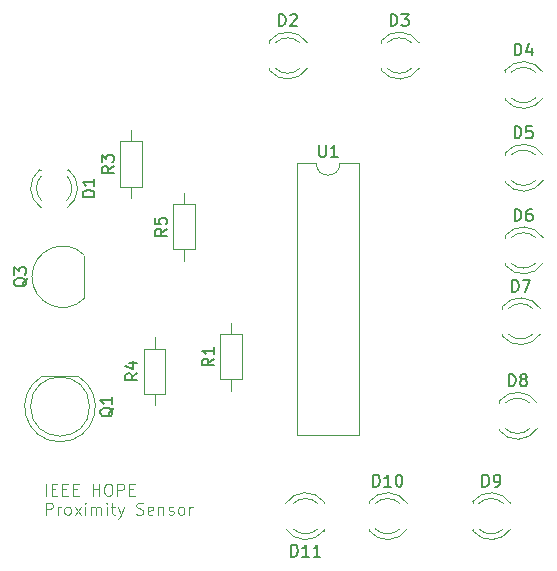
<source format=gbr>
%TF.GenerationSoftware,KiCad,Pcbnew,8.0.1*%
%TF.CreationDate,2024-04-03T23:12:43-04:00*%
%TF.ProjectId,recyclobot,72656379-636c-46f6-926f-742e6b696361,rev?*%
%TF.SameCoordinates,Original*%
%TF.FileFunction,Legend,Top*%
%TF.FilePolarity,Positive*%
%FSLAX46Y46*%
G04 Gerber Fmt 4.6, Leading zero omitted, Abs format (unit mm)*
G04 Created by KiCad (PCBNEW 8.0.1) date 2024-04-03 23:12:43*
%MOMM*%
%LPD*%
G01*
G04 APERTURE LIST*
%ADD10C,0.100000*%
%ADD11C,0.150000*%
%ADD12C,0.120000*%
G04 APERTURE END LIST*
D10*
X107803884Y-120762475D02*
X107803884Y-119762475D01*
X108280074Y-120238665D02*
X108613407Y-120238665D01*
X108756264Y-120762475D02*
X108280074Y-120762475D01*
X108280074Y-120762475D02*
X108280074Y-119762475D01*
X108280074Y-119762475D02*
X108756264Y-119762475D01*
X109184836Y-120238665D02*
X109518169Y-120238665D01*
X109661026Y-120762475D02*
X109184836Y-120762475D01*
X109184836Y-120762475D02*
X109184836Y-119762475D01*
X109184836Y-119762475D02*
X109661026Y-119762475D01*
X110089598Y-120238665D02*
X110422931Y-120238665D01*
X110565788Y-120762475D02*
X110089598Y-120762475D01*
X110089598Y-120762475D02*
X110089598Y-119762475D01*
X110089598Y-119762475D02*
X110565788Y-119762475D01*
X111756265Y-120762475D02*
X111756265Y-119762475D01*
X111756265Y-120238665D02*
X112327693Y-120238665D01*
X112327693Y-120762475D02*
X112327693Y-119762475D01*
X112994360Y-119762475D02*
X113184836Y-119762475D01*
X113184836Y-119762475D02*
X113280074Y-119810094D01*
X113280074Y-119810094D02*
X113375312Y-119905332D01*
X113375312Y-119905332D02*
X113422931Y-120095808D01*
X113422931Y-120095808D02*
X113422931Y-120429141D01*
X113422931Y-120429141D02*
X113375312Y-120619617D01*
X113375312Y-120619617D02*
X113280074Y-120714856D01*
X113280074Y-120714856D02*
X113184836Y-120762475D01*
X113184836Y-120762475D02*
X112994360Y-120762475D01*
X112994360Y-120762475D02*
X112899122Y-120714856D01*
X112899122Y-120714856D02*
X112803884Y-120619617D01*
X112803884Y-120619617D02*
X112756265Y-120429141D01*
X112756265Y-120429141D02*
X112756265Y-120095808D01*
X112756265Y-120095808D02*
X112803884Y-119905332D01*
X112803884Y-119905332D02*
X112899122Y-119810094D01*
X112899122Y-119810094D02*
X112994360Y-119762475D01*
X113851503Y-120762475D02*
X113851503Y-119762475D01*
X113851503Y-119762475D02*
X114232455Y-119762475D01*
X114232455Y-119762475D02*
X114327693Y-119810094D01*
X114327693Y-119810094D02*
X114375312Y-119857713D01*
X114375312Y-119857713D02*
X114422931Y-119952951D01*
X114422931Y-119952951D02*
X114422931Y-120095808D01*
X114422931Y-120095808D02*
X114375312Y-120191046D01*
X114375312Y-120191046D02*
X114327693Y-120238665D01*
X114327693Y-120238665D02*
X114232455Y-120286284D01*
X114232455Y-120286284D02*
X113851503Y-120286284D01*
X114851503Y-120238665D02*
X115184836Y-120238665D01*
X115327693Y-120762475D02*
X114851503Y-120762475D01*
X114851503Y-120762475D02*
X114851503Y-119762475D01*
X114851503Y-119762475D02*
X115327693Y-119762475D01*
X107803884Y-122372419D02*
X107803884Y-121372419D01*
X107803884Y-121372419D02*
X108184836Y-121372419D01*
X108184836Y-121372419D02*
X108280074Y-121420038D01*
X108280074Y-121420038D02*
X108327693Y-121467657D01*
X108327693Y-121467657D02*
X108375312Y-121562895D01*
X108375312Y-121562895D02*
X108375312Y-121705752D01*
X108375312Y-121705752D02*
X108327693Y-121800990D01*
X108327693Y-121800990D02*
X108280074Y-121848609D01*
X108280074Y-121848609D02*
X108184836Y-121896228D01*
X108184836Y-121896228D02*
X107803884Y-121896228D01*
X108803884Y-122372419D02*
X108803884Y-121705752D01*
X108803884Y-121896228D02*
X108851503Y-121800990D01*
X108851503Y-121800990D02*
X108899122Y-121753371D01*
X108899122Y-121753371D02*
X108994360Y-121705752D01*
X108994360Y-121705752D02*
X109089598Y-121705752D01*
X109565789Y-122372419D02*
X109470551Y-122324800D01*
X109470551Y-122324800D02*
X109422932Y-122277180D01*
X109422932Y-122277180D02*
X109375313Y-122181942D01*
X109375313Y-122181942D02*
X109375313Y-121896228D01*
X109375313Y-121896228D02*
X109422932Y-121800990D01*
X109422932Y-121800990D02*
X109470551Y-121753371D01*
X109470551Y-121753371D02*
X109565789Y-121705752D01*
X109565789Y-121705752D02*
X109708646Y-121705752D01*
X109708646Y-121705752D02*
X109803884Y-121753371D01*
X109803884Y-121753371D02*
X109851503Y-121800990D01*
X109851503Y-121800990D02*
X109899122Y-121896228D01*
X109899122Y-121896228D02*
X109899122Y-122181942D01*
X109899122Y-122181942D02*
X109851503Y-122277180D01*
X109851503Y-122277180D02*
X109803884Y-122324800D01*
X109803884Y-122324800D02*
X109708646Y-122372419D01*
X109708646Y-122372419D02*
X109565789Y-122372419D01*
X110232456Y-122372419D02*
X110756265Y-121705752D01*
X110232456Y-121705752D02*
X110756265Y-122372419D01*
X111137218Y-122372419D02*
X111137218Y-121705752D01*
X111137218Y-121372419D02*
X111089599Y-121420038D01*
X111089599Y-121420038D02*
X111137218Y-121467657D01*
X111137218Y-121467657D02*
X111184837Y-121420038D01*
X111184837Y-121420038D02*
X111137218Y-121372419D01*
X111137218Y-121372419D02*
X111137218Y-121467657D01*
X111613408Y-122372419D02*
X111613408Y-121705752D01*
X111613408Y-121800990D02*
X111661027Y-121753371D01*
X111661027Y-121753371D02*
X111756265Y-121705752D01*
X111756265Y-121705752D02*
X111899122Y-121705752D01*
X111899122Y-121705752D02*
X111994360Y-121753371D01*
X111994360Y-121753371D02*
X112041979Y-121848609D01*
X112041979Y-121848609D02*
X112041979Y-122372419D01*
X112041979Y-121848609D02*
X112089598Y-121753371D01*
X112089598Y-121753371D02*
X112184836Y-121705752D01*
X112184836Y-121705752D02*
X112327693Y-121705752D01*
X112327693Y-121705752D02*
X112422932Y-121753371D01*
X112422932Y-121753371D02*
X112470551Y-121848609D01*
X112470551Y-121848609D02*
X112470551Y-122372419D01*
X112946741Y-122372419D02*
X112946741Y-121705752D01*
X112946741Y-121372419D02*
X112899122Y-121420038D01*
X112899122Y-121420038D02*
X112946741Y-121467657D01*
X112946741Y-121467657D02*
X112994360Y-121420038D01*
X112994360Y-121420038D02*
X112946741Y-121372419D01*
X112946741Y-121372419D02*
X112946741Y-121467657D01*
X113280074Y-121705752D02*
X113661026Y-121705752D01*
X113422931Y-121372419D02*
X113422931Y-122229561D01*
X113422931Y-122229561D02*
X113470550Y-122324800D01*
X113470550Y-122324800D02*
X113565788Y-122372419D01*
X113565788Y-122372419D02*
X113661026Y-122372419D01*
X113899122Y-121705752D02*
X114137217Y-122372419D01*
X114375312Y-121705752D02*
X114137217Y-122372419D01*
X114137217Y-122372419D02*
X114041979Y-122610514D01*
X114041979Y-122610514D02*
X113994360Y-122658133D01*
X113994360Y-122658133D02*
X113899122Y-122705752D01*
X115470551Y-122324800D02*
X115613408Y-122372419D01*
X115613408Y-122372419D02*
X115851503Y-122372419D01*
X115851503Y-122372419D02*
X115946741Y-122324800D01*
X115946741Y-122324800D02*
X115994360Y-122277180D01*
X115994360Y-122277180D02*
X116041979Y-122181942D01*
X116041979Y-122181942D02*
X116041979Y-122086704D01*
X116041979Y-122086704D02*
X115994360Y-121991466D01*
X115994360Y-121991466D02*
X115946741Y-121943847D01*
X115946741Y-121943847D02*
X115851503Y-121896228D01*
X115851503Y-121896228D02*
X115661027Y-121848609D01*
X115661027Y-121848609D02*
X115565789Y-121800990D01*
X115565789Y-121800990D02*
X115518170Y-121753371D01*
X115518170Y-121753371D02*
X115470551Y-121658133D01*
X115470551Y-121658133D02*
X115470551Y-121562895D01*
X115470551Y-121562895D02*
X115518170Y-121467657D01*
X115518170Y-121467657D02*
X115565789Y-121420038D01*
X115565789Y-121420038D02*
X115661027Y-121372419D01*
X115661027Y-121372419D02*
X115899122Y-121372419D01*
X115899122Y-121372419D02*
X116041979Y-121420038D01*
X116851503Y-122324800D02*
X116756265Y-122372419D01*
X116756265Y-122372419D02*
X116565789Y-122372419D01*
X116565789Y-122372419D02*
X116470551Y-122324800D01*
X116470551Y-122324800D02*
X116422932Y-122229561D01*
X116422932Y-122229561D02*
X116422932Y-121848609D01*
X116422932Y-121848609D02*
X116470551Y-121753371D01*
X116470551Y-121753371D02*
X116565789Y-121705752D01*
X116565789Y-121705752D02*
X116756265Y-121705752D01*
X116756265Y-121705752D02*
X116851503Y-121753371D01*
X116851503Y-121753371D02*
X116899122Y-121848609D01*
X116899122Y-121848609D02*
X116899122Y-121943847D01*
X116899122Y-121943847D02*
X116422932Y-122039085D01*
X117327694Y-121705752D02*
X117327694Y-122372419D01*
X117327694Y-121800990D02*
X117375313Y-121753371D01*
X117375313Y-121753371D02*
X117470551Y-121705752D01*
X117470551Y-121705752D02*
X117613408Y-121705752D01*
X117613408Y-121705752D02*
X117708646Y-121753371D01*
X117708646Y-121753371D02*
X117756265Y-121848609D01*
X117756265Y-121848609D02*
X117756265Y-122372419D01*
X118184837Y-122324800D02*
X118280075Y-122372419D01*
X118280075Y-122372419D02*
X118470551Y-122372419D01*
X118470551Y-122372419D02*
X118565789Y-122324800D01*
X118565789Y-122324800D02*
X118613408Y-122229561D01*
X118613408Y-122229561D02*
X118613408Y-122181942D01*
X118613408Y-122181942D02*
X118565789Y-122086704D01*
X118565789Y-122086704D02*
X118470551Y-122039085D01*
X118470551Y-122039085D02*
X118327694Y-122039085D01*
X118327694Y-122039085D02*
X118232456Y-121991466D01*
X118232456Y-121991466D02*
X118184837Y-121896228D01*
X118184837Y-121896228D02*
X118184837Y-121848609D01*
X118184837Y-121848609D02*
X118232456Y-121753371D01*
X118232456Y-121753371D02*
X118327694Y-121705752D01*
X118327694Y-121705752D02*
X118470551Y-121705752D01*
X118470551Y-121705752D02*
X118565789Y-121753371D01*
X119184837Y-122372419D02*
X119089599Y-122324800D01*
X119089599Y-122324800D02*
X119041980Y-122277180D01*
X119041980Y-122277180D02*
X118994361Y-122181942D01*
X118994361Y-122181942D02*
X118994361Y-121896228D01*
X118994361Y-121896228D02*
X119041980Y-121800990D01*
X119041980Y-121800990D02*
X119089599Y-121753371D01*
X119089599Y-121753371D02*
X119184837Y-121705752D01*
X119184837Y-121705752D02*
X119327694Y-121705752D01*
X119327694Y-121705752D02*
X119422932Y-121753371D01*
X119422932Y-121753371D02*
X119470551Y-121800990D01*
X119470551Y-121800990D02*
X119518170Y-121896228D01*
X119518170Y-121896228D02*
X119518170Y-122181942D01*
X119518170Y-122181942D02*
X119470551Y-122277180D01*
X119470551Y-122277180D02*
X119422932Y-122324800D01*
X119422932Y-122324800D02*
X119327694Y-122372419D01*
X119327694Y-122372419D02*
X119184837Y-122372419D01*
X119946742Y-122372419D02*
X119946742Y-121705752D01*
X119946742Y-121896228D02*
X119994361Y-121800990D01*
X119994361Y-121800990D02*
X120041980Y-121753371D01*
X120041980Y-121753371D02*
X120137218Y-121705752D01*
X120137218Y-121705752D02*
X120232456Y-121705752D01*
D11*
X147491905Y-97494819D02*
X147491905Y-96494819D01*
X147491905Y-96494819D02*
X147730000Y-96494819D01*
X147730000Y-96494819D02*
X147872857Y-96542438D01*
X147872857Y-96542438D02*
X147968095Y-96637676D01*
X147968095Y-96637676D02*
X148015714Y-96732914D01*
X148015714Y-96732914D02*
X148063333Y-96923390D01*
X148063333Y-96923390D02*
X148063333Y-97066247D01*
X148063333Y-97066247D02*
X148015714Y-97256723D01*
X148015714Y-97256723D02*
X147968095Y-97351961D01*
X147968095Y-97351961D02*
X147872857Y-97447200D01*
X147872857Y-97447200D02*
X147730000Y-97494819D01*
X147730000Y-97494819D02*
X147491905Y-97494819D01*
X148920476Y-96494819D02*
X148730000Y-96494819D01*
X148730000Y-96494819D02*
X148634762Y-96542438D01*
X148634762Y-96542438D02*
X148587143Y-96590057D01*
X148587143Y-96590057D02*
X148491905Y-96732914D01*
X148491905Y-96732914D02*
X148444286Y-96923390D01*
X148444286Y-96923390D02*
X148444286Y-97304342D01*
X148444286Y-97304342D02*
X148491905Y-97399580D01*
X148491905Y-97399580D02*
X148539524Y-97447200D01*
X148539524Y-97447200D02*
X148634762Y-97494819D01*
X148634762Y-97494819D02*
X148825238Y-97494819D01*
X148825238Y-97494819D02*
X148920476Y-97447200D01*
X148920476Y-97447200D02*
X148968095Y-97399580D01*
X148968095Y-97399580D02*
X149015714Y-97304342D01*
X149015714Y-97304342D02*
X149015714Y-97066247D01*
X149015714Y-97066247D02*
X148968095Y-96971009D01*
X148968095Y-96971009D02*
X148920476Y-96923390D01*
X148920476Y-96923390D02*
X148825238Y-96875771D01*
X148825238Y-96875771D02*
X148634762Y-96875771D01*
X148634762Y-96875771D02*
X148539524Y-96923390D01*
X148539524Y-96923390D02*
X148491905Y-96971009D01*
X148491905Y-96971009D02*
X148444286Y-97066247D01*
X111914819Y-95468094D02*
X110914819Y-95468094D01*
X110914819Y-95468094D02*
X110914819Y-95229999D01*
X110914819Y-95229999D02*
X110962438Y-95087142D01*
X110962438Y-95087142D02*
X111057676Y-94991904D01*
X111057676Y-94991904D02*
X111152914Y-94944285D01*
X111152914Y-94944285D02*
X111343390Y-94896666D01*
X111343390Y-94896666D02*
X111486247Y-94896666D01*
X111486247Y-94896666D02*
X111676723Y-94944285D01*
X111676723Y-94944285D02*
X111771961Y-94991904D01*
X111771961Y-94991904D02*
X111867200Y-95087142D01*
X111867200Y-95087142D02*
X111914819Y-95229999D01*
X111914819Y-95229999D02*
X111914819Y-95468094D01*
X111914819Y-93944285D02*
X111914819Y-94515713D01*
X111914819Y-94229999D02*
X110914819Y-94229999D01*
X110914819Y-94229999D02*
X111057676Y-94325237D01*
X111057676Y-94325237D02*
X111152914Y-94420475D01*
X111152914Y-94420475D02*
X111200533Y-94515713D01*
X113510057Y-113315238D02*
X113462438Y-113410476D01*
X113462438Y-113410476D02*
X113367200Y-113505714D01*
X113367200Y-113505714D02*
X113224342Y-113648571D01*
X113224342Y-113648571D02*
X113176723Y-113743809D01*
X113176723Y-113743809D02*
X113176723Y-113839047D01*
X113414819Y-113791428D02*
X113367200Y-113886666D01*
X113367200Y-113886666D02*
X113271961Y-113981904D01*
X113271961Y-113981904D02*
X113081485Y-114029523D01*
X113081485Y-114029523D02*
X112748152Y-114029523D01*
X112748152Y-114029523D02*
X112557676Y-113981904D01*
X112557676Y-113981904D02*
X112462438Y-113886666D01*
X112462438Y-113886666D02*
X112414819Y-113791428D01*
X112414819Y-113791428D02*
X112414819Y-113600952D01*
X112414819Y-113600952D02*
X112462438Y-113505714D01*
X112462438Y-113505714D02*
X112557676Y-113410476D01*
X112557676Y-113410476D02*
X112748152Y-113362857D01*
X112748152Y-113362857D02*
X113081485Y-113362857D01*
X113081485Y-113362857D02*
X113271961Y-113410476D01*
X113271961Y-113410476D02*
X113367200Y-113505714D01*
X113367200Y-113505714D02*
X113414819Y-113600952D01*
X113414819Y-113600952D02*
X113414819Y-113791428D01*
X113414819Y-112410476D02*
X113414819Y-112981904D01*
X113414819Y-112696190D02*
X112414819Y-112696190D01*
X112414819Y-112696190D02*
X112557676Y-112791428D01*
X112557676Y-112791428D02*
X112652914Y-112886666D01*
X112652914Y-112886666D02*
X112700533Y-112981904D01*
X147256905Y-103494819D02*
X147256905Y-102494819D01*
X147256905Y-102494819D02*
X147495000Y-102494819D01*
X147495000Y-102494819D02*
X147637857Y-102542438D01*
X147637857Y-102542438D02*
X147733095Y-102637676D01*
X147733095Y-102637676D02*
X147780714Y-102732914D01*
X147780714Y-102732914D02*
X147828333Y-102923390D01*
X147828333Y-102923390D02*
X147828333Y-103066247D01*
X147828333Y-103066247D02*
X147780714Y-103256723D01*
X147780714Y-103256723D02*
X147733095Y-103351961D01*
X147733095Y-103351961D02*
X147637857Y-103447200D01*
X147637857Y-103447200D02*
X147495000Y-103494819D01*
X147495000Y-103494819D02*
X147256905Y-103494819D01*
X148161667Y-102494819D02*
X148828333Y-102494819D01*
X148828333Y-102494819D02*
X148399762Y-103494819D01*
X136991905Y-80994819D02*
X136991905Y-79994819D01*
X136991905Y-79994819D02*
X137230000Y-79994819D01*
X137230000Y-79994819D02*
X137372857Y-80042438D01*
X137372857Y-80042438D02*
X137468095Y-80137676D01*
X137468095Y-80137676D02*
X137515714Y-80232914D01*
X137515714Y-80232914D02*
X137563333Y-80423390D01*
X137563333Y-80423390D02*
X137563333Y-80566247D01*
X137563333Y-80566247D02*
X137515714Y-80756723D01*
X137515714Y-80756723D02*
X137468095Y-80851961D01*
X137468095Y-80851961D02*
X137372857Y-80947200D01*
X137372857Y-80947200D02*
X137230000Y-80994819D01*
X137230000Y-80994819D02*
X136991905Y-80994819D01*
X137896667Y-79994819D02*
X138515714Y-79994819D01*
X138515714Y-79994819D02*
X138182381Y-80375771D01*
X138182381Y-80375771D02*
X138325238Y-80375771D01*
X138325238Y-80375771D02*
X138420476Y-80423390D01*
X138420476Y-80423390D02*
X138468095Y-80471009D01*
X138468095Y-80471009D02*
X138515714Y-80566247D01*
X138515714Y-80566247D02*
X138515714Y-80804342D01*
X138515714Y-80804342D02*
X138468095Y-80899580D01*
X138468095Y-80899580D02*
X138420476Y-80947200D01*
X138420476Y-80947200D02*
X138325238Y-80994819D01*
X138325238Y-80994819D02*
X138039524Y-80994819D01*
X138039524Y-80994819D02*
X137944286Y-80947200D01*
X137944286Y-80947200D02*
X137896667Y-80899580D01*
X147491905Y-83494819D02*
X147491905Y-82494819D01*
X147491905Y-82494819D02*
X147730000Y-82494819D01*
X147730000Y-82494819D02*
X147872857Y-82542438D01*
X147872857Y-82542438D02*
X147968095Y-82637676D01*
X147968095Y-82637676D02*
X148015714Y-82732914D01*
X148015714Y-82732914D02*
X148063333Y-82923390D01*
X148063333Y-82923390D02*
X148063333Y-83066247D01*
X148063333Y-83066247D02*
X148015714Y-83256723D01*
X148015714Y-83256723D02*
X147968095Y-83351961D01*
X147968095Y-83351961D02*
X147872857Y-83447200D01*
X147872857Y-83447200D02*
X147730000Y-83494819D01*
X147730000Y-83494819D02*
X147491905Y-83494819D01*
X148920476Y-82828152D02*
X148920476Y-83494819D01*
X148682381Y-82447200D02*
X148444286Y-83161485D01*
X148444286Y-83161485D02*
X149063333Y-83161485D01*
X127531905Y-80994819D02*
X127531905Y-79994819D01*
X127531905Y-79994819D02*
X127770000Y-79994819D01*
X127770000Y-79994819D02*
X127912857Y-80042438D01*
X127912857Y-80042438D02*
X128008095Y-80137676D01*
X128008095Y-80137676D02*
X128055714Y-80232914D01*
X128055714Y-80232914D02*
X128103333Y-80423390D01*
X128103333Y-80423390D02*
X128103333Y-80566247D01*
X128103333Y-80566247D02*
X128055714Y-80756723D01*
X128055714Y-80756723D02*
X128008095Y-80851961D01*
X128008095Y-80851961D02*
X127912857Y-80947200D01*
X127912857Y-80947200D02*
X127770000Y-80994819D01*
X127770000Y-80994819D02*
X127531905Y-80994819D01*
X128484286Y-80090057D02*
X128531905Y-80042438D01*
X128531905Y-80042438D02*
X128627143Y-79994819D01*
X128627143Y-79994819D02*
X128865238Y-79994819D01*
X128865238Y-79994819D02*
X128960476Y-80042438D01*
X128960476Y-80042438D02*
X129008095Y-80090057D01*
X129008095Y-80090057D02*
X129055714Y-80185295D01*
X129055714Y-80185295D02*
X129055714Y-80280533D01*
X129055714Y-80280533D02*
X129008095Y-80423390D01*
X129008095Y-80423390D02*
X128436667Y-80994819D01*
X128436667Y-80994819D02*
X129055714Y-80994819D01*
X106210057Y-102325238D02*
X106162438Y-102420476D01*
X106162438Y-102420476D02*
X106067200Y-102515714D01*
X106067200Y-102515714D02*
X105924342Y-102658571D01*
X105924342Y-102658571D02*
X105876723Y-102753809D01*
X105876723Y-102753809D02*
X105876723Y-102849047D01*
X106114819Y-102801428D02*
X106067200Y-102896666D01*
X106067200Y-102896666D02*
X105971961Y-102991904D01*
X105971961Y-102991904D02*
X105781485Y-103039523D01*
X105781485Y-103039523D02*
X105448152Y-103039523D01*
X105448152Y-103039523D02*
X105257676Y-102991904D01*
X105257676Y-102991904D02*
X105162438Y-102896666D01*
X105162438Y-102896666D02*
X105114819Y-102801428D01*
X105114819Y-102801428D02*
X105114819Y-102610952D01*
X105114819Y-102610952D02*
X105162438Y-102515714D01*
X105162438Y-102515714D02*
X105257676Y-102420476D01*
X105257676Y-102420476D02*
X105448152Y-102372857D01*
X105448152Y-102372857D02*
X105781485Y-102372857D01*
X105781485Y-102372857D02*
X105971961Y-102420476D01*
X105971961Y-102420476D02*
X106067200Y-102515714D01*
X106067200Y-102515714D02*
X106114819Y-102610952D01*
X106114819Y-102610952D02*
X106114819Y-102801428D01*
X105114819Y-102039523D02*
X105114819Y-101420476D01*
X105114819Y-101420476D02*
X105495771Y-101753809D01*
X105495771Y-101753809D02*
X105495771Y-101610952D01*
X105495771Y-101610952D02*
X105543390Y-101515714D01*
X105543390Y-101515714D02*
X105591009Y-101468095D01*
X105591009Y-101468095D02*
X105686247Y-101420476D01*
X105686247Y-101420476D02*
X105924342Y-101420476D01*
X105924342Y-101420476D02*
X106019580Y-101468095D01*
X106019580Y-101468095D02*
X106067200Y-101515714D01*
X106067200Y-101515714D02*
X106114819Y-101610952D01*
X106114819Y-101610952D02*
X106114819Y-101896666D01*
X106114819Y-101896666D02*
X106067200Y-101991904D01*
X106067200Y-101991904D02*
X106019580Y-102039523D01*
X115539819Y-110401666D02*
X115063628Y-110734999D01*
X115539819Y-110973094D02*
X114539819Y-110973094D01*
X114539819Y-110973094D02*
X114539819Y-110592142D01*
X114539819Y-110592142D02*
X114587438Y-110496904D01*
X114587438Y-110496904D02*
X114635057Y-110449285D01*
X114635057Y-110449285D02*
X114730295Y-110401666D01*
X114730295Y-110401666D02*
X114873152Y-110401666D01*
X114873152Y-110401666D02*
X114968390Y-110449285D01*
X114968390Y-110449285D02*
X115016009Y-110496904D01*
X115016009Y-110496904D02*
X115063628Y-110592142D01*
X115063628Y-110592142D02*
X115063628Y-110973094D01*
X114873152Y-109544523D02*
X115539819Y-109544523D01*
X114492200Y-109782618D02*
X115206485Y-110020713D01*
X115206485Y-110020713D02*
X115206485Y-109401666D01*
X144756905Y-119994819D02*
X144756905Y-118994819D01*
X144756905Y-118994819D02*
X144995000Y-118994819D01*
X144995000Y-118994819D02*
X145137857Y-119042438D01*
X145137857Y-119042438D02*
X145233095Y-119137676D01*
X145233095Y-119137676D02*
X145280714Y-119232914D01*
X145280714Y-119232914D02*
X145328333Y-119423390D01*
X145328333Y-119423390D02*
X145328333Y-119566247D01*
X145328333Y-119566247D02*
X145280714Y-119756723D01*
X145280714Y-119756723D02*
X145233095Y-119851961D01*
X145233095Y-119851961D02*
X145137857Y-119947200D01*
X145137857Y-119947200D02*
X144995000Y-119994819D01*
X144995000Y-119994819D02*
X144756905Y-119994819D01*
X145804524Y-119994819D02*
X145995000Y-119994819D01*
X145995000Y-119994819D02*
X146090238Y-119947200D01*
X146090238Y-119947200D02*
X146137857Y-119899580D01*
X146137857Y-119899580D02*
X146233095Y-119756723D01*
X146233095Y-119756723D02*
X146280714Y-119566247D01*
X146280714Y-119566247D02*
X146280714Y-119185295D01*
X146280714Y-119185295D02*
X146233095Y-119090057D01*
X146233095Y-119090057D02*
X146185476Y-119042438D01*
X146185476Y-119042438D02*
X146090238Y-118994819D01*
X146090238Y-118994819D02*
X145899762Y-118994819D01*
X145899762Y-118994819D02*
X145804524Y-119042438D01*
X145804524Y-119042438D02*
X145756905Y-119090057D01*
X145756905Y-119090057D02*
X145709286Y-119185295D01*
X145709286Y-119185295D02*
X145709286Y-119423390D01*
X145709286Y-119423390D02*
X145756905Y-119518628D01*
X145756905Y-119518628D02*
X145804524Y-119566247D01*
X145804524Y-119566247D02*
X145899762Y-119613866D01*
X145899762Y-119613866D02*
X146090238Y-119613866D01*
X146090238Y-119613866D02*
X146185476Y-119566247D01*
X146185476Y-119566247D02*
X146233095Y-119518628D01*
X146233095Y-119518628D02*
X146280714Y-119423390D01*
X135515714Y-119994819D02*
X135515714Y-118994819D01*
X135515714Y-118994819D02*
X135753809Y-118994819D01*
X135753809Y-118994819D02*
X135896666Y-119042438D01*
X135896666Y-119042438D02*
X135991904Y-119137676D01*
X135991904Y-119137676D02*
X136039523Y-119232914D01*
X136039523Y-119232914D02*
X136087142Y-119423390D01*
X136087142Y-119423390D02*
X136087142Y-119566247D01*
X136087142Y-119566247D02*
X136039523Y-119756723D01*
X136039523Y-119756723D02*
X135991904Y-119851961D01*
X135991904Y-119851961D02*
X135896666Y-119947200D01*
X135896666Y-119947200D02*
X135753809Y-119994819D01*
X135753809Y-119994819D02*
X135515714Y-119994819D01*
X137039523Y-119994819D02*
X136468095Y-119994819D01*
X136753809Y-119994819D02*
X136753809Y-118994819D01*
X136753809Y-118994819D02*
X136658571Y-119137676D01*
X136658571Y-119137676D02*
X136563333Y-119232914D01*
X136563333Y-119232914D02*
X136468095Y-119280533D01*
X137658571Y-118994819D02*
X137753809Y-118994819D01*
X137753809Y-118994819D02*
X137849047Y-119042438D01*
X137849047Y-119042438D02*
X137896666Y-119090057D01*
X137896666Y-119090057D02*
X137944285Y-119185295D01*
X137944285Y-119185295D02*
X137991904Y-119375771D01*
X137991904Y-119375771D02*
X137991904Y-119613866D01*
X137991904Y-119613866D02*
X137944285Y-119804342D01*
X137944285Y-119804342D02*
X137896666Y-119899580D01*
X137896666Y-119899580D02*
X137849047Y-119947200D01*
X137849047Y-119947200D02*
X137753809Y-119994819D01*
X137753809Y-119994819D02*
X137658571Y-119994819D01*
X137658571Y-119994819D02*
X137563333Y-119947200D01*
X137563333Y-119947200D02*
X137515714Y-119899580D01*
X137515714Y-119899580D02*
X137468095Y-119804342D01*
X137468095Y-119804342D02*
X137420476Y-119613866D01*
X137420476Y-119613866D02*
X137420476Y-119375771D01*
X137420476Y-119375771D02*
X137468095Y-119185295D01*
X137468095Y-119185295D02*
X137515714Y-119090057D01*
X137515714Y-119090057D02*
X137563333Y-119042438D01*
X137563333Y-119042438D02*
X137658571Y-118994819D01*
X128565714Y-125914819D02*
X128565714Y-124914819D01*
X128565714Y-124914819D02*
X128803809Y-124914819D01*
X128803809Y-124914819D02*
X128946666Y-124962438D01*
X128946666Y-124962438D02*
X129041904Y-125057676D01*
X129041904Y-125057676D02*
X129089523Y-125152914D01*
X129089523Y-125152914D02*
X129137142Y-125343390D01*
X129137142Y-125343390D02*
X129137142Y-125486247D01*
X129137142Y-125486247D02*
X129089523Y-125676723D01*
X129089523Y-125676723D02*
X129041904Y-125771961D01*
X129041904Y-125771961D02*
X128946666Y-125867200D01*
X128946666Y-125867200D02*
X128803809Y-125914819D01*
X128803809Y-125914819D02*
X128565714Y-125914819D01*
X130089523Y-125914819D02*
X129518095Y-125914819D01*
X129803809Y-125914819D02*
X129803809Y-124914819D01*
X129803809Y-124914819D02*
X129708571Y-125057676D01*
X129708571Y-125057676D02*
X129613333Y-125152914D01*
X129613333Y-125152914D02*
X129518095Y-125200533D01*
X131041904Y-125914819D02*
X130470476Y-125914819D01*
X130756190Y-125914819D02*
X130756190Y-124914819D01*
X130756190Y-124914819D02*
X130660952Y-125057676D01*
X130660952Y-125057676D02*
X130565714Y-125152914D01*
X130565714Y-125152914D02*
X130470476Y-125200533D01*
X146991905Y-111494819D02*
X146991905Y-110494819D01*
X146991905Y-110494819D02*
X147230000Y-110494819D01*
X147230000Y-110494819D02*
X147372857Y-110542438D01*
X147372857Y-110542438D02*
X147468095Y-110637676D01*
X147468095Y-110637676D02*
X147515714Y-110732914D01*
X147515714Y-110732914D02*
X147563333Y-110923390D01*
X147563333Y-110923390D02*
X147563333Y-111066247D01*
X147563333Y-111066247D02*
X147515714Y-111256723D01*
X147515714Y-111256723D02*
X147468095Y-111351961D01*
X147468095Y-111351961D02*
X147372857Y-111447200D01*
X147372857Y-111447200D02*
X147230000Y-111494819D01*
X147230000Y-111494819D02*
X146991905Y-111494819D01*
X148134762Y-110923390D02*
X148039524Y-110875771D01*
X148039524Y-110875771D02*
X147991905Y-110828152D01*
X147991905Y-110828152D02*
X147944286Y-110732914D01*
X147944286Y-110732914D02*
X147944286Y-110685295D01*
X147944286Y-110685295D02*
X147991905Y-110590057D01*
X147991905Y-110590057D02*
X148039524Y-110542438D01*
X148039524Y-110542438D02*
X148134762Y-110494819D01*
X148134762Y-110494819D02*
X148325238Y-110494819D01*
X148325238Y-110494819D02*
X148420476Y-110542438D01*
X148420476Y-110542438D02*
X148468095Y-110590057D01*
X148468095Y-110590057D02*
X148515714Y-110685295D01*
X148515714Y-110685295D02*
X148515714Y-110732914D01*
X148515714Y-110732914D02*
X148468095Y-110828152D01*
X148468095Y-110828152D02*
X148420476Y-110875771D01*
X148420476Y-110875771D02*
X148325238Y-110923390D01*
X148325238Y-110923390D02*
X148134762Y-110923390D01*
X148134762Y-110923390D02*
X148039524Y-110971009D01*
X148039524Y-110971009D02*
X147991905Y-111018628D01*
X147991905Y-111018628D02*
X147944286Y-111113866D01*
X147944286Y-111113866D02*
X147944286Y-111304342D01*
X147944286Y-111304342D02*
X147991905Y-111399580D01*
X147991905Y-111399580D02*
X148039524Y-111447200D01*
X148039524Y-111447200D02*
X148134762Y-111494819D01*
X148134762Y-111494819D02*
X148325238Y-111494819D01*
X148325238Y-111494819D02*
X148420476Y-111447200D01*
X148420476Y-111447200D02*
X148468095Y-111399580D01*
X148468095Y-111399580D02*
X148515714Y-111304342D01*
X148515714Y-111304342D02*
X148515714Y-111113866D01*
X148515714Y-111113866D02*
X148468095Y-111018628D01*
X148468095Y-111018628D02*
X148420476Y-110971009D01*
X148420476Y-110971009D02*
X148325238Y-110923390D01*
X130928095Y-91084819D02*
X130928095Y-91894342D01*
X130928095Y-91894342D02*
X130975714Y-91989580D01*
X130975714Y-91989580D02*
X131023333Y-92037200D01*
X131023333Y-92037200D02*
X131118571Y-92084819D01*
X131118571Y-92084819D02*
X131309047Y-92084819D01*
X131309047Y-92084819D02*
X131404285Y-92037200D01*
X131404285Y-92037200D02*
X131451904Y-91989580D01*
X131451904Y-91989580D02*
X131499523Y-91894342D01*
X131499523Y-91894342D02*
X131499523Y-91084819D01*
X132499523Y-92084819D02*
X131928095Y-92084819D01*
X132213809Y-92084819D02*
X132213809Y-91084819D01*
X132213809Y-91084819D02*
X132118571Y-91227676D01*
X132118571Y-91227676D02*
X132023333Y-91322914D01*
X132023333Y-91322914D02*
X131928095Y-91370533D01*
X118034819Y-98166666D02*
X117558628Y-98499999D01*
X118034819Y-98738094D02*
X117034819Y-98738094D01*
X117034819Y-98738094D02*
X117034819Y-98357142D01*
X117034819Y-98357142D02*
X117082438Y-98261904D01*
X117082438Y-98261904D02*
X117130057Y-98214285D01*
X117130057Y-98214285D02*
X117225295Y-98166666D01*
X117225295Y-98166666D02*
X117368152Y-98166666D01*
X117368152Y-98166666D02*
X117463390Y-98214285D01*
X117463390Y-98214285D02*
X117511009Y-98261904D01*
X117511009Y-98261904D02*
X117558628Y-98357142D01*
X117558628Y-98357142D02*
X117558628Y-98738094D01*
X117034819Y-97261904D02*
X117034819Y-97738094D01*
X117034819Y-97738094D02*
X117511009Y-97785713D01*
X117511009Y-97785713D02*
X117463390Y-97738094D01*
X117463390Y-97738094D02*
X117415771Y-97642856D01*
X117415771Y-97642856D02*
X117415771Y-97404761D01*
X117415771Y-97404761D02*
X117463390Y-97309523D01*
X117463390Y-97309523D02*
X117511009Y-97261904D01*
X117511009Y-97261904D02*
X117606247Y-97214285D01*
X117606247Y-97214285D02*
X117844342Y-97214285D01*
X117844342Y-97214285D02*
X117939580Y-97261904D01*
X117939580Y-97261904D02*
X117987200Y-97309523D01*
X117987200Y-97309523D02*
X118034819Y-97404761D01*
X118034819Y-97404761D02*
X118034819Y-97642856D01*
X118034819Y-97642856D02*
X117987200Y-97738094D01*
X117987200Y-97738094D02*
X117939580Y-97785713D01*
X113534819Y-92856666D02*
X113058628Y-93189999D01*
X113534819Y-93428094D02*
X112534819Y-93428094D01*
X112534819Y-93428094D02*
X112534819Y-93047142D01*
X112534819Y-93047142D02*
X112582438Y-92951904D01*
X112582438Y-92951904D02*
X112630057Y-92904285D01*
X112630057Y-92904285D02*
X112725295Y-92856666D01*
X112725295Y-92856666D02*
X112868152Y-92856666D01*
X112868152Y-92856666D02*
X112963390Y-92904285D01*
X112963390Y-92904285D02*
X113011009Y-92951904D01*
X113011009Y-92951904D02*
X113058628Y-93047142D01*
X113058628Y-93047142D02*
X113058628Y-93428094D01*
X112534819Y-92523332D02*
X112534819Y-91904285D01*
X112534819Y-91904285D02*
X112915771Y-92237618D01*
X112915771Y-92237618D02*
X112915771Y-92094761D01*
X112915771Y-92094761D02*
X112963390Y-91999523D01*
X112963390Y-91999523D02*
X113011009Y-91951904D01*
X113011009Y-91951904D02*
X113106247Y-91904285D01*
X113106247Y-91904285D02*
X113344342Y-91904285D01*
X113344342Y-91904285D02*
X113439580Y-91951904D01*
X113439580Y-91951904D02*
X113487200Y-91999523D01*
X113487200Y-91999523D02*
X113534819Y-92094761D01*
X113534819Y-92094761D02*
X113534819Y-92380475D01*
X113534819Y-92380475D02*
X113487200Y-92475713D01*
X113487200Y-92475713D02*
X113439580Y-92523332D01*
X122034819Y-109166666D02*
X121558628Y-109499999D01*
X122034819Y-109738094D02*
X121034819Y-109738094D01*
X121034819Y-109738094D02*
X121034819Y-109357142D01*
X121034819Y-109357142D02*
X121082438Y-109261904D01*
X121082438Y-109261904D02*
X121130057Y-109214285D01*
X121130057Y-109214285D02*
X121225295Y-109166666D01*
X121225295Y-109166666D02*
X121368152Y-109166666D01*
X121368152Y-109166666D02*
X121463390Y-109214285D01*
X121463390Y-109214285D02*
X121511009Y-109261904D01*
X121511009Y-109261904D02*
X121558628Y-109357142D01*
X121558628Y-109357142D02*
X121558628Y-109738094D01*
X122034819Y-108214285D02*
X122034819Y-108785713D01*
X122034819Y-108499999D02*
X121034819Y-108499999D01*
X121034819Y-108499999D02*
X121177676Y-108595237D01*
X121177676Y-108595237D02*
X121272914Y-108690475D01*
X121272914Y-108690475D02*
X121320533Y-108785713D01*
X147491905Y-90494819D02*
X147491905Y-89494819D01*
X147491905Y-89494819D02*
X147730000Y-89494819D01*
X147730000Y-89494819D02*
X147872857Y-89542438D01*
X147872857Y-89542438D02*
X147968095Y-89637676D01*
X147968095Y-89637676D02*
X148015714Y-89732914D01*
X148015714Y-89732914D02*
X148063333Y-89923390D01*
X148063333Y-89923390D02*
X148063333Y-90066247D01*
X148063333Y-90066247D02*
X148015714Y-90256723D01*
X148015714Y-90256723D02*
X147968095Y-90351961D01*
X147968095Y-90351961D02*
X147872857Y-90447200D01*
X147872857Y-90447200D02*
X147730000Y-90494819D01*
X147730000Y-90494819D02*
X147491905Y-90494819D01*
X148968095Y-89494819D02*
X148491905Y-89494819D01*
X148491905Y-89494819D02*
X148444286Y-89971009D01*
X148444286Y-89971009D02*
X148491905Y-89923390D01*
X148491905Y-89923390D02*
X148587143Y-89875771D01*
X148587143Y-89875771D02*
X148825238Y-89875771D01*
X148825238Y-89875771D02*
X148920476Y-89923390D01*
X148920476Y-89923390D02*
X148968095Y-89971009D01*
X148968095Y-89971009D02*
X149015714Y-90066247D01*
X149015714Y-90066247D02*
X149015714Y-90304342D01*
X149015714Y-90304342D02*
X148968095Y-90399580D01*
X148968095Y-90399580D02*
X148920476Y-90447200D01*
X148920476Y-90447200D02*
X148825238Y-90494819D01*
X148825238Y-90494819D02*
X148587143Y-90494819D01*
X148587143Y-90494819D02*
X148491905Y-90447200D01*
X148491905Y-90447200D02*
X148444286Y-90399580D01*
D12*
%TO.C,D6*%
X146670000Y-98764000D02*
X146670000Y-98920000D01*
X146670000Y-101080000D02*
X146670000Y-101236000D01*
X146670001Y-98764485D02*
G75*
G02*
X149902334Y-98921392I1559999J-1235515D01*
G01*
X147189040Y-98920001D02*
G75*
G02*
X149271129Y-98920164I1040960J-1079999D01*
G01*
X149271129Y-101079836D02*
G75*
G02*
X147189040Y-101079999I-1041129J1079836D01*
G01*
X149902334Y-101078608D02*
G75*
G02*
X146670001Y-101235515I-1672334J1078608D01*
G01*
%TO.C,D1*%
X107420000Y-93170000D02*
X107264000Y-93170000D01*
X109736000Y-93170000D02*
X109580000Y-93170000D01*
X107420164Y-95771129D02*
G75*
G02*
X107420001Y-93689040I1079836J1041129D01*
G01*
X107421392Y-96402334D02*
G75*
G02*
X107264485Y-93170001I1078608J1672334D01*
G01*
X109579999Y-93689040D02*
G75*
G02*
X109579836Y-95771129I-1079999J-1040960D01*
G01*
X109735515Y-93170001D02*
G75*
G02*
X109578608Y-96402334I-1235515J-1559999D01*
G01*
%TO.C,Q1*%
X110545000Y-110660000D02*
X107455000Y-110660000D01*
X109000462Y-116210000D02*
G75*
G02*
X107455170Y-110660000I-462J2990000D01*
G01*
X110544830Y-110660001D02*
G75*
G02*
X108999538Y-116209999I-1544830J-2559999D01*
G01*
X111500000Y-113220000D02*
G75*
G02*
X106500000Y-113220000I-2500000J0D01*
G01*
X106500000Y-113220000D02*
G75*
G02*
X111500000Y-113220000I2500000J0D01*
G01*
%TO.C,D7*%
X146435000Y-104764000D02*
X146435000Y-104920000D01*
X146435000Y-107080000D02*
X146435000Y-107236000D01*
X146435001Y-104764485D02*
G75*
G02*
X149667334Y-104921392I1559999J-1235515D01*
G01*
X146954040Y-104920001D02*
G75*
G02*
X149036129Y-104920164I1040960J-1079999D01*
G01*
X149036129Y-107079836D02*
G75*
G02*
X146954040Y-107079999I-1041129J1079836D01*
G01*
X149667334Y-107078608D02*
G75*
G02*
X146435001Y-107235515I-1672334J1078608D01*
G01*
%TO.C,D3*%
X136170000Y-82264000D02*
X136170000Y-82420000D01*
X136170000Y-84580000D02*
X136170000Y-84736000D01*
X136170001Y-82264485D02*
G75*
G02*
X139402334Y-82421392I1559999J-1235515D01*
G01*
X136689040Y-82420001D02*
G75*
G02*
X138771129Y-82420164I1040960J-1079999D01*
G01*
X138771129Y-84579836D02*
G75*
G02*
X136689040Y-84579999I-1041129J1079836D01*
G01*
X139402334Y-84578608D02*
G75*
G02*
X136170001Y-84735515I-1672334J1078608D01*
G01*
%TO.C,D4*%
X146670000Y-84764000D02*
X146670000Y-84920000D01*
X146670000Y-87080000D02*
X146670000Y-87236000D01*
X146670001Y-84764485D02*
G75*
G02*
X149902334Y-84921392I1559999J-1235515D01*
G01*
X147189040Y-84920001D02*
G75*
G02*
X149271129Y-84920164I1040960J-1079999D01*
G01*
X149271129Y-87079836D02*
G75*
G02*
X147189040Y-87079999I-1041129J1079836D01*
G01*
X149902334Y-87078608D02*
G75*
G02*
X146670001Y-87235515I-1672334J1078608D01*
G01*
%TO.C,D2*%
X126710000Y-82264000D02*
X126710000Y-82420000D01*
X126710000Y-84580000D02*
X126710000Y-84736000D01*
X126710001Y-82264485D02*
G75*
G02*
X129942334Y-82421392I1559999J-1235515D01*
G01*
X127229040Y-82420001D02*
G75*
G02*
X129311129Y-82420164I1040960J-1079999D01*
G01*
X129311129Y-84579836D02*
G75*
G02*
X127229040Y-84579999I-1041129J1079836D01*
G01*
X129942334Y-84578608D02*
G75*
G02*
X126710001Y-84735515I-1672334J1078608D01*
G01*
%TO.C,Q3*%
X111070000Y-104030000D02*
X111070000Y-100430000D01*
X106620000Y-102230000D02*
G75*
G02*
X111058478Y-100391522I2600000J0D01*
G01*
X111058478Y-104068478D02*
G75*
G02*
X106620000Y-102230000I-1838478J1838478D01*
G01*
%TO.C,R4*%
X116085000Y-108315000D02*
X116085000Y-112155000D01*
X116085000Y-112155000D02*
X117925000Y-112155000D01*
X117005000Y-107365000D02*
X117005000Y-108315000D01*
X117005000Y-113105000D02*
X117005000Y-112155000D01*
X117925000Y-108315000D02*
X116085000Y-108315000D01*
X117925000Y-112155000D02*
X117925000Y-108315000D01*
%TO.C,D9*%
X143935000Y-121264000D02*
X143935000Y-121420000D01*
X143935000Y-123580000D02*
X143935000Y-123736000D01*
X143935001Y-121264485D02*
G75*
G02*
X147167334Y-121421392I1559999J-1235515D01*
G01*
X144454040Y-121420001D02*
G75*
G02*
X146536129Y-121420164I1040960J-1079999D01*
G01*
X146536129Y-123579836D02*
G75*
G02*
X144454040Y-123579999I-1041129J1079836D01*
G01*
X147167334Y-123578608D02*
G75*
G02*
X143935001Y-123735515I-1672334J1078608D01*
G01*
%TO.C,D10*%
X135170000Y-121264000D02*
X135170000Y-121420000D01*
X135170000Y-123580000D02*
X135170000Y-123736000D01*
X135170001Y-121264485D02*
G75*
G02*
X138402334Y-121421392I1559999J-1235515D01*
G01*
X135689040Y-121420001D02*
G75*
G02*
X137771129Y-121420164I1040960J-1079999D01*
G01*
X137771129Y-123579836D02*
G75*
G02*
X135689040Y-123579999I-1041129J1079836D01*
G01*
X138402334Y-123578608D02*
G75*
G02*
X135170001Y-123735515I-1672334J1078608D01*
G01*
%TO.C,D11*%
X131340000Y-121420000D02*
X131340000Y-121264000D01*
X131340000Y-123736000D02*
X131340000Y-123580000D01*
X128107666Y-121421392D02*
G75*
G02*
X131339999Y-121264485I1672334J-1078608D01*
G01*
X128738871Y-121420164D02*
G75*
G02*
X130820960Y-121420001I1041129J-1079836D01*
G01*
X130820960Y-123579999D02*
G75*
G02*
X128738871Y-123579836I-1040960J1079999D01*
G01*
X131339999Y-123735515D02*
G75*
G02*
X128107666Y-123578608I-1559999J1235515D01*
G01*
%TO.C,D8*%
X146170000Y-112764000D02*
X146170000Y-112920000D01*
X146170000Y-115080000D02*
X146170000Y-115236000D01*
X146170001Y-112764485D02*
G75*
G02*
X149402334Y-112921392I1559999J-1235515D01*
G01*
X146689040Y-112920001D02*
G75*
G02*
X148771129Y-112920164I1040960J-1079999D01*
G01*
X148771129Y-115079836D02*
G75*
G02*
X146689040Y-115079999I-1041129J1079836D01*
G01*
X149402334Y-115078608D02*
G75*
G02*
X146170001Y-115235515I-1672334J1078608D01*
G01*
%TO.C,U1*%
X129040000Y-92630000D02*
X129040000Y-115610000D01*
X129040000Y-115610000D02*
X134340000Y-115610000D01*
X130690000Y-92630000D02*
X129040000Y-92630000D01*
X134340000Y-92630000D02*
X132690000Y-92630000D01*
X134340000Y-115610000D02*
X134340000Y-92630000D01*
X132690000Y-92630000D02*
G75*
G02*
X130690000Y-92630000I-1000000J0D01*
G01*
%TO.C,R5*%
X118580000Y-96080000D02*
X118580000Y-99920000D01*
X118580000Y-99920000D02*
X120420000Y-99920000D01*
X119500000Y-95130000D02*
X119500000Y-96080000D01*
X119500000Y-100870000D02*
X119500000Y-99920000D01*
X120420000Y-96080000D02*
X118580000Y-96080000D01*
X120420000Y-99920000D02*
X120420000Y-96080000D01*
%TO.C,R3*%
X114080000Y-90770000D02*
X114080000Y-94610000D01*
X114080000Y-94610000D02*
X115920000Y-94610000D01*
X115000000Y-89820000D02*
X115000000Y-90770000D01*
X115000000Y-95560000D02*
X115000000Y-94610000D01*
X115920000Y-90770000D02*
X114080000Y-90770000D01*
X115920000Y-94610000D02*
X115920000Y-90770000D01*
%TO.C,R1*%
X122580000Y-107080000D02*
X122580000Y-110920000D01*
X122580000Y-110920000D02*
X124420000Y-110920000D01*
X123500000Y-106130000D02*
X123500000Y-107080000D01*
X123500000Y-111870000D02*
X123500000Y-110920000D01*
X124420000Y-107080000D02*
X122580000Y-107080000D01*
X124420000Y-110920000D02*
X124420000Y-107080000D01*
%TO.C,D5*%
X146670000Y-91764000D02*
X146670000Y-91920000D01*
X146670000Y-94080000D02*
X146670000Y-94236000D01*
X146670001Y-91764485D02*
G75*
G02*
X149902334Y-91921392I1559999J-1235515D01*
G01*
X147189040Y-91920001D02*
G75*
G02*
X149271129Y-91920164I1040960J-1079999D01*
G01*
X149271129Y-94079836D02*
G75*
G02*
X147189040Y-94079999I-1041129J1079836D01*
G01*
X149902334Y-94078608D02*
G75*
G02*
X146670001Y-94235515I-1672334J1078608D01*
G01*
%TD*%
M02*

</source>
